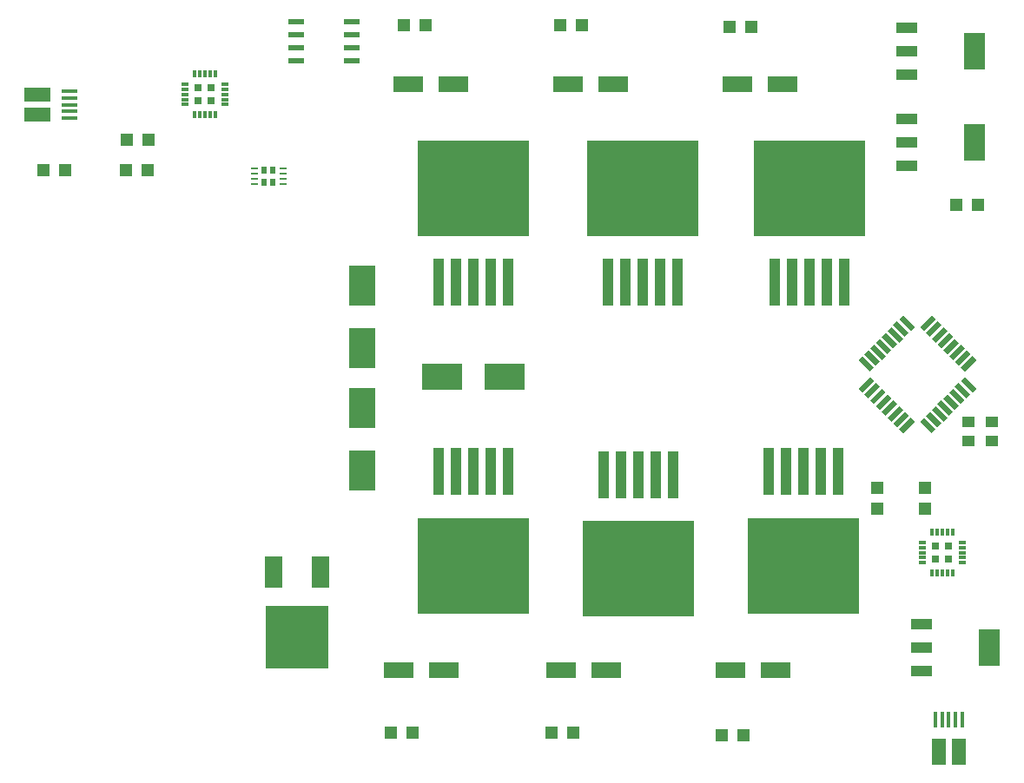
<source format=gtp>
G04 #@! TF.FileFunction,Paste,Top*
%FSLAX46Y46*%
G04 Gerber Fmt 4.6, Leading zero omitted, Abs format (unit mm)*
G04 Created by KiCad (PCBNEW 4.0.1-stable) date 11/13/2016 6:28:18 PM*
%MOMM*%
G01*
G04 APERTURE LIST*
%ADD10C,0.100000*%
%ADD11R,1.198880X1.198880*%
%ADD12R,0.730000X0.300000*%
%ADD13R,0.300000X0.730000*%
%ADD14R,0.750000X0.750000*%
%ADD15R,2.032000X3.657600*%
%ADD16R,2.032000X1.016000*%
%ADD17R,0.400000X1.650000*%
%ADD18R,1.425000X2.500000*%
%ADD19R,1.100000X4.600000*%
%ADD20R,10.800000X9.400000*%
%ADD21R,0.700000X0.250000*%
%ADD22R,0.498000X0.714000*%
%ADD23R,2.999740X1.600200*%
%ADD24R,1.650000X0.400000*%
%ADD25R,2.500000X1.425000*%
%ADD26R,1.651000X3.048000*%
%ADD27R,6.096000X6.096000*%
%ADD28R,1.550000X0.600000*%
%ADD29R,2.500000X4.000000*%
%ADD30R,4.000000X2.500000*%
%ADD31R,1.300000X1.050000*%
G04 APERTURE END LIST*
D10*
G36*
X135262445Y-107337334D02*
X134873536Y-107726243D01*
X133742165Y-106594872D01*
X134131074Y-106205963D01*
X135262445Y-107337334D01*
X135262445Y-107337334D01*
G37*
G36*
X135828130Y-106771648D02*
X135439221Y-107160557D01*
X134307850Y-106029186D01*
X134696759Y-105640277D01*
X135828130Y-106771648D01*
X135828130Y-106771648D01*
G37*
G36*
X136393816Y-106205963D02*
X136004907Y-106594872D01*
X134873536Y-105463501D01*
X135262445Y-105074592D01*
X136393816Y-106205963D01*
X136393816Y-106205963D01*
G37*
G36*
X136959501Y-105640278D02*
X136570592Y-106029187D01*
X135439221Y-104897816D01*
X135828130Y-104508907D01*
X136959501Y-105640278D01*
X136959501Y-105640278D01*
G37*
G36*
X137525187Y-105074592D02*
X137136278Y-105463501D01*
X136004907Y-104332130D01*
X136393816Y-103943221D01*
X137525187Y-105074592D01*
X137525187Y-105074592D01*
G37*
G36*
X138090872Y-104508907D02*
X137701963Y-104897816D01*
X136570592Y-103766445D01*
X136959501Y-103377536D01*
X138090872Y-104508907D01*
X138090872Y-104508907D01*
G37*
G36*
X138656557Y-103943221D02*
X138267648Y-104332130D01*
X137136277Y-103200759D01*
X137525186Y-102811850D01*
X138656557Y-103943221D01*
X138656557Y-103943221D01*
G37*
G36*
X139222243Y-103377536D02*
X138833334Y-103766445D01*
X137701963Y-102635074D01*
X138090872Y-102246165D01*
X139222243Y-103377536D01*
X139222243Y-103377536D01*
G37*
G36*
X138833334Y-100195555D02*
X139222243Y-100584464D01*
X138090872Y-101715835D01*
X137701963Y-101326926D01*
X138833334Y-100195555D01*
X138833334Y-100195555D01*
G37*
G36*
X138267648Y-99629870D02*
X138656557Y-100018779D01*
X137525186Y-101150150D01*
X137136277Y-100761241D01*
X138267648Y-99629870D01*
X138267648Y-99629870D01*
G37*
G36*
X137701963Y-99064184D02*
X138090872Y-99453093D01*
X136959501Y-100584464D01*
X136570592Y-100195555D01*
X137701963Y-99064184D01*
X137701963Y-99064184D01*
G37*
G36*
X137136278Y-98498499D02*
X137525187Y-98887408D01*
X136393816Y-100018779D01*
X136004907Y-99629870D01*
X137136278Y-98498499D01*
X137136278Y-98498499D01*
G37*
G36*
X136570592Y-97932813D02*
X136959501Y-98321722D01*
X135828130Y-99453093D01*
X135439221Y-99064184D01*
X136570592Y-97932813D01*
X136570592Y-97932813D01*
G37*
G36*
X136004907Y-97367128D02*
X136393816Y-97756037D01*
X135262445Y-98887408D01*
X134873536Y-98498499D01*
X136004907Y-97367128D01*
X136004907Y-97367128D01*
G37*
G36*
X135439221Y-96801443D02*
X135828130Y-97190352D01*
X134696759Y-98321723D01*
X134307850Y-97932814D01*
X135439221Y-96801443D01*
X135439221Y-96801443D01*
G37*
G36*
X134873536Y-96235757D02*
X135262445Y-96624666D01*
X134131074Y-97756037D01*
X133742165Y-97367128D01*
X134873536Y-96235757D01*
X134873536Y-96235757D01*
G37*
G36*
X133211835Y-97367128D02*
X132822926Y-97756037D01*
X131691555Y-96624666D01*
X132080464Y-96235757D01*
X133211835Y-97367128D01*
X133211835Y-97367128D01*
G37*
G36*
X132646150Y-97932814D02*
X132257241Y-98321723D01*
X131125870Y-97190352D01*
X131514779Y-96801443D01*
X132646150Y-97932814D01*
X132646150Y-97932814D01*
G37*
G36*
X132080464Y-98498499D02*
X131691555Y-98887408D01*
X130560184Y-97756037D01*
X130949093Y-97367128D01*
X132080464Y-98498499D01*
X132080464Y-98498499D01*
G37*
G36*
X131514779Y-99064184D02*
X131125870Y-99453093D01*
X129994499Y-98321722D01*
X130383408Y-97932813D01*
X131514779Y-99064184D01*
X131514779Y-99064184D01*
G37*
G36*
X130949093Y-99629870D02*
X130560184Y-100018779D01*
X129428813Y-98887408D01*
X129817722Y-98498499D01*
X130949093Y-99629870D01*
X130949093Y-99629870D01*
G37*
G36*
X130383408Y-100195555D02*
X129994499Y-100584464D01*
X128863128Y-99453093D01*
X129252037Y-99064184D01*
X130383408Y-100195555D01*
X130383408Y-100195555D01*
G37*
G36*
X129817723Y-100761241D02*
X129428814Y-101150150D01*
X128297443Y-100018779D01*
X128686352Y-99629870D01*
X129817723Y-100761241D01*
X129817723Y-100761241D01*
G37*
G36*
X129252037Y-101326926D02*
X128863128Y-101715835D01*
X127731757Y-100584464D01*
X128120666Y-100195555D01*
X129252037Y-101326926D01*
X129252037Y-101326926D01*
G37*
G36*
X128863128Y-102246165D02*
X129252037Y-102635074D01*
X128120666Y-103766445D01*
X127731757Y-103377536D01*
X128863128Y-102246165D01*
X128863128Y-102246165D01*
G37*
G36*
X129428814Y-102811850D02*
X129817723Y-103200759D01*
X128686352Y-104332130D01*
X128297443Y-103943221D01*
X129428814Y-102811850D01*
X129428814Y-102811850D01*
G37*
G36*
X129994499Y-103377536D02*
X130383408Y-103766445D01*
X129252037Y-104897816D01*
X128863128Y-104508907D01*
X129994499Y-103377536D01*
X129994499Y-103377536D01*
G37*
G36*
X130560184Y-103943221D02*
X130949093Y-104332130D01*
X129817722Y-105463501D01*
X129428813Y-105074592D01*
X130560184Y-103943221D01*
X130560184Y-103943221D01*
G37*
G36*
X131125870Y-104508907D02*
X131514779Y-104897816D01*
X130383408Y-106029187D01*
X129994499Y-105640278D01*
X131125870Y-104508907D01*
X131125870Y-104508907D01*
G37*
G36*
X131691555Y-105074592D02*
X132080464Y-105463501D01*
X130949093Y-106594872D01*
X130560184Y-106205963D01*
X131691555Y-105074592D01*
X131691555Y-105074592D01*
G37*
G36*
X132257241Y-105640277D02*
X132646150Y-106029186D01*
X131514779Y-107160557D01*
X131125870Y-106771648D01*
X132257241Y-105640277D01*
X132257241Y-105640277D01*
G37*
G36*
X132822926Y-106205963D02*
X133211835Y-106594872D01*
X132080464Y-107726243D01*
X131691555Y-107337334D01*
X132822926Y-106205963D01*
X132822926Y-106205963D01*
G37*
D11*
X137253980Y-85471000D03*
X139352020Y-85471000D03*
D12*
X133925000Y-118380000D03*
X133925000Y-118880000D03*
X133925000Y-119380000D03*
X133925000Y-119880000D03*
X133925000Y-120380000D03*
D13*
X134890000Y-121345000D03*
X135390000Y-121345000D03*
X135890000Y-121345000D03*
X136390000Y-121345000D03*
X136890000Y-121345000D03*
D12*
X137855000Y-120380000D03*
X137855000Y-119880000D03*
X137855000Y-119380000D03*
X137855000Y-118880000D03*
X137855000Y-118380000D03*
D13*
X136890000Y-117415000D03*
X136390000Y-117415000D03*
X135890000Y-117415000D03*
X135390000Y-117415000D03*
X134890000Y-117415000D03*
D14*
X136515000Y-120005000D03*
X136515000Y-118755000D03*
X135265000Y-120005000D03*
X135265000Y-118755000D03*
D15*
X140462000Y-128651000D03*
D16*
X133858000Y-128651000D03*
X133858000Y-130937000D03*
X133858000Y-126365000D03*
D17*
X135225000Y-135660000D03*
X135875000Y-135660000D03*
X136524100Y-135660000D03*
X137175000Y-135660000D03*
X137825000Y-135660000D03*
D18*
X135562500Y-138785000D03*
X137487500Y-138785000D03*
D19*
X102850000Y-111760000D03*
X104550000Y-111760000D03*
X107950000Y-111760000D03*
D20*
X106250000Y-120910000D03*
D19*
X106250000Y-111760000D03*
X109650000Y-111760000D03*
X118950000Y-111500000D03*
X120650000Y-111500000D03*
X124050000Y-111500000D03*
D20*
X122350000Y-120650000D03*
D19*
X122350000Y-111500000D03*
X125750000Y-111500000D03*
D15*
X139065000Y-70485000D03*
D16*
X132461000Y-70485000D03*
X132461000Y-72771000D03*
X132461000Y-68199000D03*
D15*
X139065000Y-79375000D03*
D16*
X132461000Y-79375000D03*
X132461000Y-81661000D03*
X132461000Y-77089000D03*
D21*
X71631000Y-83415000D03*
X71631000Y-82915000D03*
X71631000Y-82415000D03*
X71631000Y-81915000D03*
X68831000Y-81915000D03*
X68831000Y-82415000D03*
X68831000Y-82915000D03*
X68831000Y-83415000D03*
D22*
X69816000Y-82070000D03*
X69816000Y-83260000D03*
X70646000Y-82070000D03*
X70646000Y-83260000D03*
D19*
X86770000Y-111500000D03*
X88470000Y-111500000D03*
X91870000Y-111500000D03*
D20*
X90170000Y-120650000D03*
D19*
X90170000Y-111500000D03*
X93570000Y-111500000D03*
D23*
X103164640Y-130810000D03*
X98765360Y-130810000D03*
X87289640Y-130810000D03*
X82890360Y-130810000D03*
X119674640Y-130810000D03*
X115275360Y-130810000D03*
X103799640Y-73660000D03*
X99400360Y-73660000D03*
X120309640Y-73660000D03*
X115910360Y-73660000D03*
X88219280Y-73660000D03*
X83820000Y-73660000D03*
D11*
X84234020Y-136906000D03*
X82135980Y-136906000D03*
X58420000Y-82042000D03*
X56321960Y-82042000D03*
X99888040Y-136906000D03*
X97790000Y-136906000D03*
X50358040Y-82042000D03*
X48260000Y-82042000D03*
X116492020Y-137160000D03*
X114393980Y-137160000D03*
X134239000Y-113030000D03*
X134239000Y-115128040D03*
X117254020Y-68072000D03*
X115155980Y-68072000D03*
X129540000Y-113030000D03*
X129540000Y-115128040D03*
X100744020Y-67945000D03*
X98645980Y-67945000D03*
X85504020Y-67945000D03*
X83405980Y-67945000D03*
X58547000Y-79087980D03*
X56448960Y-79087980D03*
D24*
X50800000Y-74392000D03*
X50800000Y-75042000D03*
X50800000Y-75691100D03*
X50800000Y-76342000D03*
X50800000Y-76992000D03*
D25*
X47675000Y-74729500D03*
X47675000Y-76654500D03*
D26*
X75311000Y-121285000D03*
D27*
X73025000Y-127635000D03*
D26*
X70739000Y-121285000D03*
D19*
X110080000Y-92970000D03*
X108380000Y-92970000D03*
X104980000Y-92970000D03*
D20*
X106680000Y-83820000D03*
D19*
X106680000Y-92970000D03*
X103280000Y-92970000D03*
X126365000Y-92970000D03*
X124665000Y-92970000D03*
X121265000Y-92970000D03*
D20*
X122965000Y-83820000D03*
D19*
X122965000Y-92970000D03*
X119565000Y-92970000D03*
X93570000Y-92970000D03*
X91870000Y-92970000D03*
X88470000Y-92970000D03*
D20*
X90170000Y-83820000D03*
D19*
X90170000Y-92970000D03*
X86770000Y-92970000D03*
D13*
X65018000Y-72721000D03*
X64518000Y-72721000D03*
X64018000Y-72721000D03*
X63518000Y-72721000D03*
X63018000Y-72721000D03*
D12*
X62053000Y-73686000D03*
X62053000Y-74186000D03*
X62053000Y-74686000D03*
X62053000Y-75186000D03*
X62053000Y-75686000D03*
D13*
X63018000Y-76651000D03*
X63518000Y-76651000D03*
X64018000Y-76651000D03*
X64518000Y-76651000D03*
X65018000Y-76651000D03*
D12*
X65983000Y-75686000D03*
X65983000Y-75186000D03*
X65983000Y-74686000D03*
X65983000Y-74186000D03*
X65983000Y-73686000D03*
D14*
X63393000Y-75311000D03*
X64643000Y-75311000D03*
X63393000Y-74061000D03*
X64643000Y-74061000D03*
D28*
X72959000Y-67564000D03*
X72959000Y-68834000D03*
X72959000Y-70104000D03*
X72959000Y-71374000D03*
X78359000Y-71374000D03*
X78359000Y-70104000D03*
X78359000Y-68834000D03*
X78359000Y-67564000D03*
D29*
X79375000Y-93343000D03*
X79375000Y-99443000D03*
X79375000Y-111381000D03*
X79375000Y-105281000D03*
D30*
X93220000Y-102235000D03*
X87120000Y-102235000D03*
D31*
X140723000Y-106644000D03*
X138423000Y-106644000D03*
X138423000Y-108494000D03*
X140723000Y-108494000D03*
M02*

</source>
